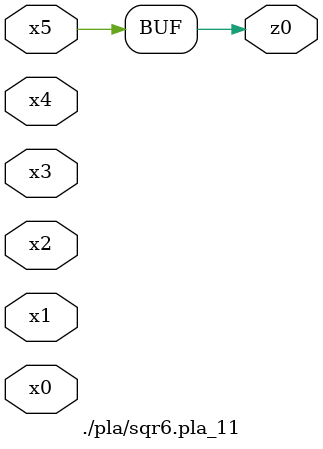
<source format=v>

module \./pla/sqr6.pla_11  ( 
    x0, x1, x2, x3, x4, x5,
    z0  );
  input  x0, x1, x2, x3, x4, x5;
  output z0;
  assign z0 = x5;
endmodule



</source>
